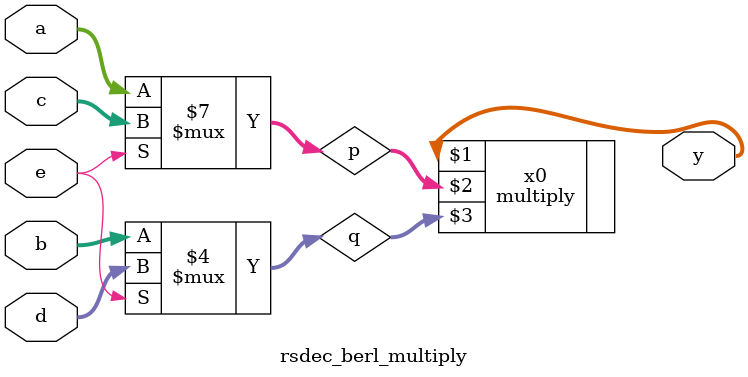
<source format=sv>
module rsdec_berl_multiply (y, a, b, c, d, e);
	input [7:0] a, b, c, d;
	input e;
	output [7:0] y;
	wire [7:0] y;
	reg [7:0] p, q;

	always @ (a or c or e)
		if (e) p = c;
		else p = a;
	always @ (b or d or e)
		if (e) q = d;
		else q = b;

	multiply x0 (y, p, q);

endmodule


</source>
